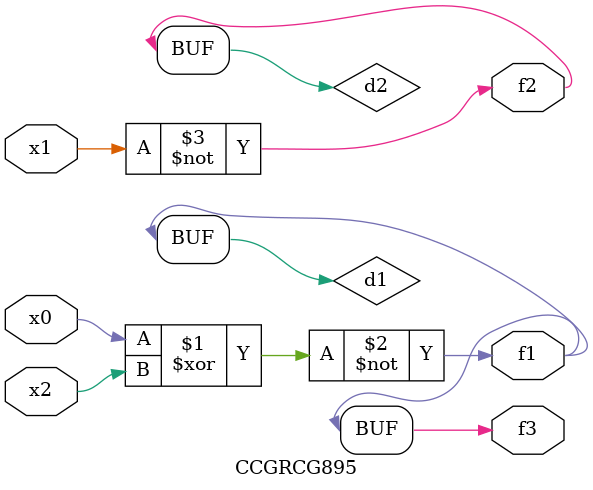
<source format=v>
module CCGRCG895(
	input x0, x1, x2,
	output f1, f2, f3
);

	wire d1, d2, d3;

	xnor (d1, x0, x2);
	nand (d2, x1);
	nor (d3, x1, x2);
	assign f1 = d1;
	assign f2 = d2;
	assign f3 = d1;
endmodule

</source>
